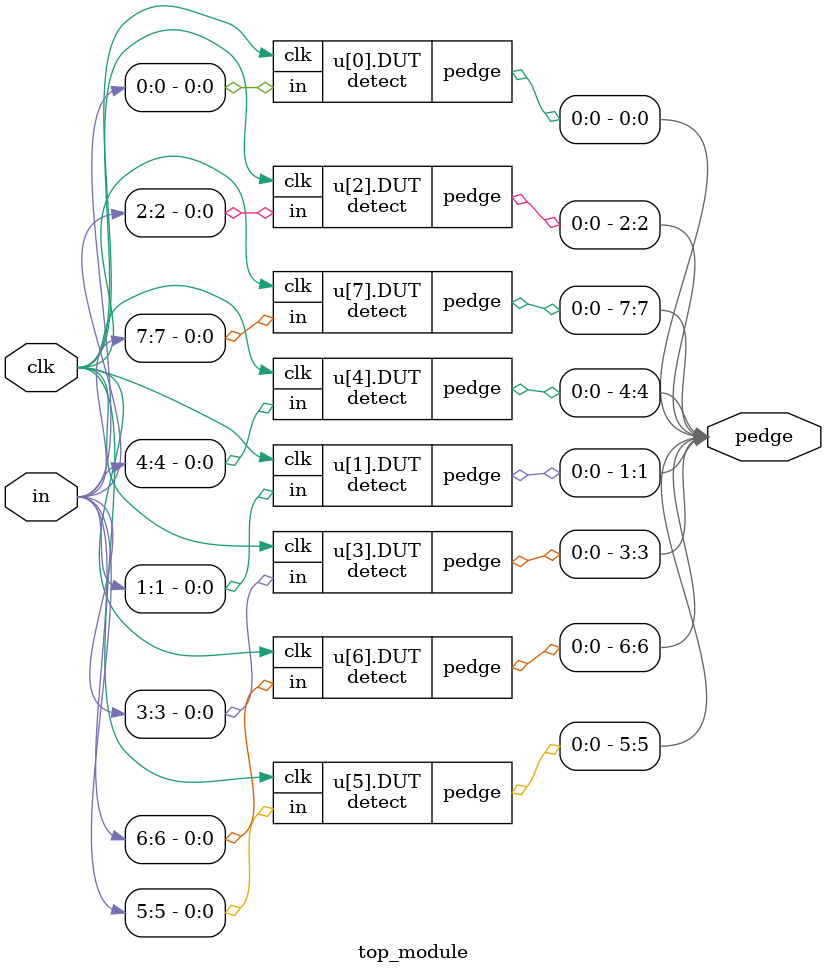
<source format=v>
module detect(
	input wire		clk,
    input wire 		in,
    output reg	 	pedge
);
    reg		q;
     
    always@(posedge clk) begin
        q<=in;
    end  
	
    always@(posedge clk) begin
        case({q,in})
            2'b01	:	pedge<=1'b1;
            default	:	pedge<=1'b0;
        endcase
    end
endmodule

module top_module (
    input clk,
    input [7:0] in,
    output reg	[7:0] pedge
);

    genvar i;
    generate
        for(i=0; i<8; i=i+1) begin:	u
            detect	DUT( .clk(clk), .in(in[i]), .pedge(pedge[i]));
        end
    endgenerate
    
endmodule
</source>
